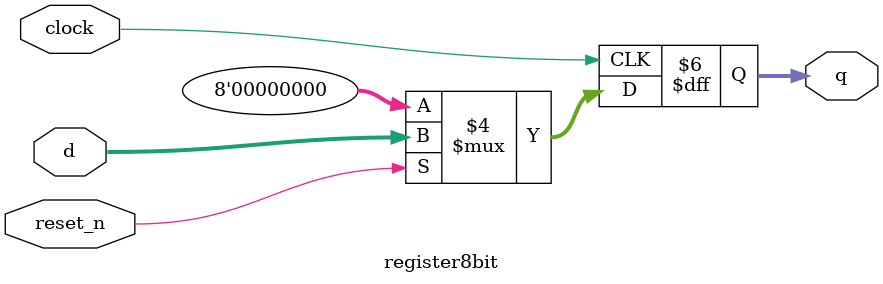
<source format=v>
module register8bit(q, d, clock, reset_n);
	input [7:0] d;
	input clock, reset_n;
	output reg [7:0] q;
	
	always @(posedge clock)	//triggered when clock rises
	begin
		if(reset_n == 1'b0)	//when reset_n is 0...
			q <= 0;				//... q is set 0
		else						//when reset_n not 0...
			q <= d;				//... value d is passed to q
	end
endmodule
</source>
